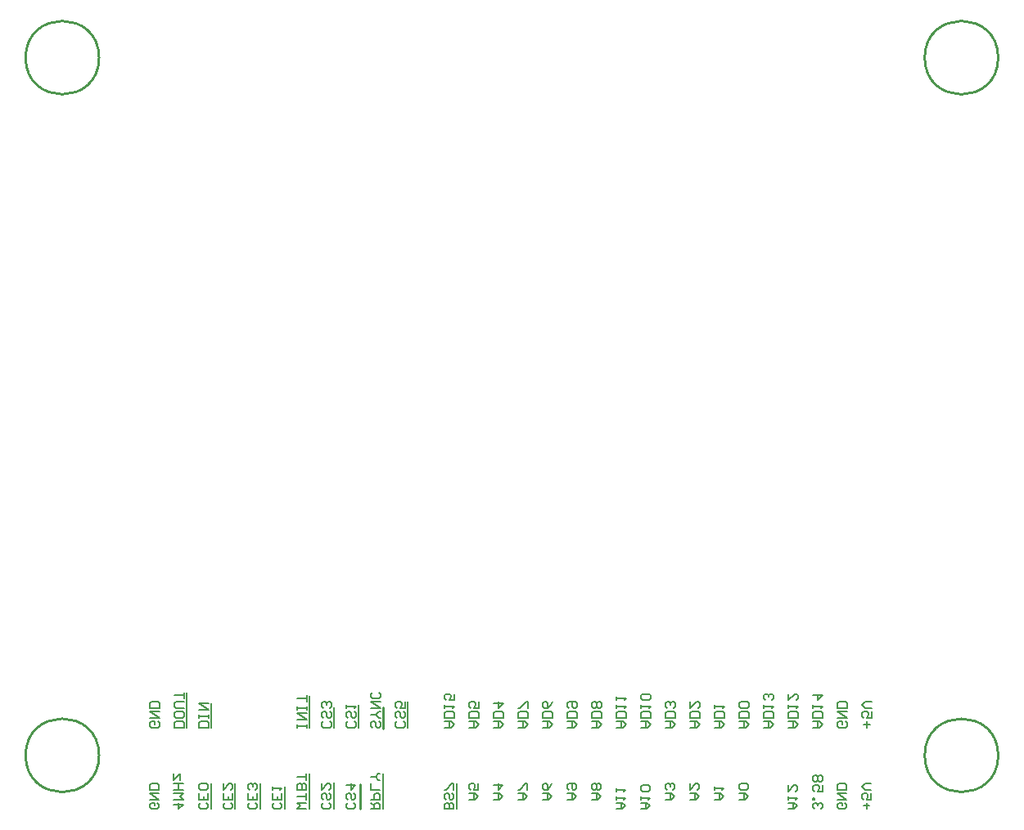
<source format=gbo>
G04*
G04 #@! TF.GenerationSoftware,Altium Limited,Altium Designer,19.1.8 (144)*
G04*
G04 Layer_Color=32896*
%FSLAX24Y24*%
%MOIN*%
G70*
G01*
G75*
%ADD10C,0.0100*%
%ADD11C,0.0079*%
%ADD46C,0.0094*%
D10*
X-16811Y19000D02*
G03*
X-16811Y19000I-1496J0D01*
G01*
Y47441D02*
G03*
X-16811Y47441I-1496J0D01*
G01*
X19803D02*
G03*
X19803Y47441I-1496J0D01*
G01*
Y19000D02*
G03*
X19803Y19000I-1496J0D01*
G01*
X-5242Y20108D02*
Y20974D01*
D11*
X-11270Y16811D02*
Y17864D01*
X-13248Y20128D02*
X-13242Y21565D01*
X-12244Y20128D02*
Y21112D01*
X-8248Y21437D02*
X-8242Y20138D01*
X-7242Y20974D02*
X-7242Y20128D01*
X-6242Y20128D02*
Y21043D01*
X-4242Y20128D02*
Y21181D01*
X-2244Y16811D02*
Y17864D01*
X-5246Y16811D02*
Y18248D01*
X-7244Y16811D02*
Y17884D01*
X-9246Y16811D02*
Y17726D01*
X-8246Y16811D02*
Y18258D01*
X-10256Y16811D02*
Y17866D01*
X-12244Y16811D02*
Y17866D01*
X-2754Y20130D02*
X-2491D01*
X-2360Y20261D01*
X-2491Y20392D01*
X-2754D01*
X-2557D01*
Y20130D01*
X-2360Y20523D02*
X-2754D01*
Y20720D01*
X-2688Y20786D01*
X-2426D01*
X-2360Y20720D01*
Y20523D01*
X-2754Y20917D02*
Y21048D01*
Y20983D01*
X-2360D01*
X-2426Y20917D01*
X-2360Y21507D02*
Y21245D01*
X-2557D01*
X-2491Y21376D01*
Y21442D01*
X-2557Y21507D01*
X-2688D01*
X-2754Y21442D01*
Y21311D01*
X-2688Y21245D01*
X-1754Y20130D02*
X-1491D01*
X-1360Y20261D01*
X-1491Y20392D01*
X-1754D01*
X-1557D01*
Y20130D01*
X-1360Y20523D02*
X-1754D01*
Y20720D01*
X-1688Y20786D01*
X-1426D01*
X-1360Y20720D01*
Y20523D01*
Y21179D02*
Y20917D01*
X-1557D01*
X-1491Y21048D01*
Y21114D01*
X-1557Y21179D01*
X-1688D01*
X-1754Y21114D01*
Y20983D01*
X-1688Y20917D01*
X-756Y20132D02*
X-493D01*
X-362Y20263D01*
X-493Y20394D01*
X-756D01*
X-559D01*
Y20132D01*
X-362Y20525D02*
X-756D01*
Y20722D01*
X-690Y20788D01*
X-428D01*
X-362Y20722D01*
Y20525D01*
X-756Y21116D02*
X-362D01*
X-559Y20919D01*
Y21181D01*
X246Y20130D02*
X509D01*
X640Y20261D01*
X509Y20392D01*
X246D01*
X443D01*
Y20130D01*
X640Y20523D02*
X246D01*
Y20720D01*
X312Y20786D01*
X574D01*
X640Y20720D01*
Y20523D01*
Y20917D02*
Y21179D01*
X574D01*
X312Y20917D01*
X246D01*
X1246Y20130D02*
X1509D01*
X1640Y20261D01*
X1509Y20392D01*
X1246D01*
X1443D01*
Y20130D01*
X1640Y20523D02*
X1246D01*
Y20720D01*
X1312Y20786D01*
X1574D01*
X1640Y20720D01*
Y20523D01*
Y21179D02*
X1574Y21048D01*
X1443Y20917D01*
X1312D01*
X1246Y20983D01*
Y21114D01*
X1312Y21179D01*
X1377D01*
X1443Y21114D01*
Y20917D01*
X2246Y20130D02*
X2509D01*
X2640Y20261D01*
X2509Y20392D01*
X2246D01*
X2443D01*
Y20130D01*
X2640Y20523D02*
X2246D01*
Y20720D01*
X2312Y20786D01*
X2574D01*
X2640Y20720D01*
Y20523D01*
X2312Y20917D02*
X2246Y20983D01*
Y21114D01*
X2312Y21179D01*
X2574D01*
X2640Y21114D01*
Y20983D01*
X2574Y20917D01*
X2509D01*
X2443Y20983D01*
Y21179D01*
X3246Y20130D02*
X3509D01*
X3640Y20261D01*
X3509Y20392D01*
X3246D01*
X3443D01*
Y20130D01*
X3640Y20523D02*
X3246D01*
Y20720D01*
X3312Y20786D01*
X3574D01*
X3640Y20720D01*
Y20523D01*
X3574Y20917D02*
X3640Y20983D01*
Y21114D01*
X3574Y21179D01*
X3509D01*
X3443Y21114D01*
X3377Y21179D01*
X3312D01*
X3246Y21114D01*
Y20983D01*
X3312Y20917D01*
X3377D01*
X3443Y20983D01*
X3509Y20917D01*
X3574D01*
X3443Y20983D02*
Y21114D01*
X4246Y20130D02*
X4509D01*
X4640Y20261D01*
X4509Y20392D01*
X4246D01*
X4443D01*
Y20130D01*
X4640Y20523D02*
X4246D01*
Y20720D01*
X4312Y20786D01*
X4574D01*
X4640Y20720D01*
Y20523D01*
X4246Y20917D02*
Y21048D01*
Y20983D01*
X4640D01*
X4574Y20917D01*
X4246Y21245D02*
Y21376D01*
Y21311D01*
X4640D01*
X4574Y21245D01*
X5246Y20130D02*
X5509D01*
X5640Y20261D01*
X5509Y20392D01*
X5246D01*
X5443D01*
Y20130D01*
X5640Y20523D02*
X5246D01*
Y20720D01*
X5312Y20786D01*
X5574D01*
X5640Y20720D01*
Y20523D01*
X5246Y20917D02*
Y21048D01*
Y20983D01*
X5640D01*
X5574Y20917D01*
Y21245D02*
X5640Y21311D01*
Y21442D01*
X5574Y21507D01*
X5312D01*
X5246Y21442D01*
Y21311D01*
X5312Y21245D01*
X5574D01*
X6246Y20130D02*
X6509D01*
X6640Y20261D01*
X6509Y20392D01*
X6246D01*
X6443D01*
Y20130D01*
X6640Y20523D02*
X6246D01*
Y20720D01*
X6312Y20786D01*
X6574D01*
X6640Y20720D01*
Y20523D01*
X6574Y20917D02*
X6640Y20983D01*
Y21114D01*
X6574Y21179D01*
X6509D01*
X6443Y21114D01*
Y21048D01*
Y21114D01*
X6377Y21179D01*
X6312D01*
X6246Y21114D01*
Y20983D01*
X6312Y20917D01*
X7246Y20130D02*
X7509D01*
X7640Y20261D01*
X7509Y20392D01*
X7246D01*
X7443D01*
Y20130D01*
X7640Y20523D02*
X7246D01*
Y20720D01*
X7312Y20786D01*
X7574D01*
X7640Y20720D01*
Y20523D01*
X7246Y21179D02*
Y20917D01*
X7509Y21179D01*
X7574D01*
X7640Y21114D01*
Y20983D01*
X7574Y20917D01*
X8246Y20130D02*
X8509D01*
X8640Y20261D01*
X8509Y20392D01*
X8246D01*
X8443D01*
Y20130D01*
X8640Y20523D02*
X8246D01*
Y20720D01*
X8312Y20786D01*
X8574D01*
X8640Y20720D01*
Y20523D01*
X8246Y20917D02*
Y21048D01*
Y20983D01*
X8640D01*
X8574Y20917D01*
X9246Y20130D02*
X9509D01*
X9640Y20261D01*
X9509Y20392D01*
X9246D01*
X9443D01*
Y20130D01*
X9640Y20523D02*
X9246D01*
Y20720D01*
X9312Y20786D01*
X9574D01*
X9640Y20720D01*
Y20523D01*
X9574Y20917D02*
X9640Y20983D01*
Y21114D01*
X9574Y21179D01*
X9312D01*
X9246Y21114D01*
Y20983D01*
X9312Y20917D01*
X9574D01*
X10246Y20130D02*
X10509D01*
X10640Y20261D01*
X10509Y20392D01*
X10246D01*
X10443D01*
Y20130D01*
X10640Y20523D02*
X10246D01*
Y20720D01*
X10312Y20786D01*
X10574D01*
X10640Y20720D01*
Y20523D01*
X10246Y20917D02*
Y21048D01*
Y20983D01*
X10640D01*
X10574Y20917D01*
Y21245D02*
X10640Y21311D01*
Y21442D01*
X10574Y21507D01*
X10509D01*
X10443Y21442D01*
Y21376D01*
Y21442D01*
X10377Y21507D01*
X10312D01*
X10246Y21442D01*
Y21311D01*
X10312Y21245D01*
X11246Y20130D02*
X11509D01*
X11640Y20261D01*
X11509Y20392D01*
X11246D01*
X11443D01*
Y20130D01*
X11640Y20523D02*
X11246D01*
Y20720D01*
X11312Y20786D01*
X11574D01*
X11640Y20720D01*
Y20523D01*
X11246Y20917D02*
Y21048D01*
Y20983D01*
X11640D01*
X11574Y20917D01*
X11246Y21507D02*
Y21245D01*
X11509Y21507D01*
X11574D01*
X11640Y21442D01*
Y21311D01*
X11574Y21245D01*
X12246Y20130D02*
X12509D01*
X12640Y20261D01*
X12509Y20392D01*
X12246D01*
X12443D01*
Y20130D01*
X12640Y20523D02*
X12246D01*
Y20720D01*
X12312Y20786D01*
X12574D01*
X12640Y20720D01*
Y20523D01*
X12246Y20917D02*
Y21048D01*
Y20983D01*
X12640D01*
X12574Y20917D01*
X12246Y21442D02*
X12640D01*
X12443Y21245D01*
Y21507D01*
X13574Y20392D02*
X13640Y20327D01*
Y20196D01*
X13574Y20130D01*
X13312D01*
X13246Y20196D01*
Y20327D01*
X13312Y20392D01*
X13443D01*
Y20261D01*
X13246Y20523D02*
X13640D01*
X13246Y20786D01*
X13640D01*
Y20917D02*
X13246D01*
Y21114D01*
X13312Y21179D01*
X13574D01*
X13640Y21114D01*
Y20917D01*
X14443Y20130D02*
Y20392D01*
X14574Y20261D02*
X14312D01*
X14640Y20786D02*
Y20523D01*
X14443D01*
X14509Y20655D01*
Y20720D01*
X14443Y20786D01*
X14312D01*
X14246Y20720D01*
Y20589D01*
X14312Y20523D01*
X14640Y20917D02*
X14377D01*
X14246Y21048D01*
X14377Y21179D01*
X14640D01*
X14439Y16811D02*
Y17073D01*
X14570Y16942D02*
X14308D01*
X14636Y17467D02*
Y17205D01*
X14439D01*
X14504Y17336D01*
Y17401D01*
X14439Y17467D01*
X14308D01*
X14242Y17401D01*
Y17270D01*
X14308Y17205D01*
X14636Y17598D02*
X14373D01*
X14242Y17729D01*
X14373Y17861D01*
X14636D01*
X13570Y17073D02*
X13636Y17008D01*
Y16877D01*
X13570Y16811D01*
X13308D01*
X13242Y16877D01*
Y17008D01*
X13308Y17073D01*
X13439D01*
Y16942D01*
X13242Y17205D02*
X13636D01*
X13242Y17467D01*
X13636D01*
Y17598D02*
X13242D01*
Y17795D01*
X13308Y17861D01*
X13570D01*
X13636Y17795D01*
Y17598D01*
X12572Y16811D02*
X12638Y16877D01*
Y17008D01*
X12572Y17073D01*
X12506D01*
X12441Y17008D01*
Y16942D01*
Y17008D01*
X12375Y17073D01*
X12310D01*
X12244Y17008D01*
Y16877D01*
X12310Y16811D01*
X12244Y17205D02*
X12310D01*
Y17270D01*
X12244D01*
Y17205D01*
X12638Y17795D02*
Y17533D01*
X12441D01*
X12506Y17664D01*
Y17729D01*
X12441Y17795D01*
X12310D01*
X12244Y17729D01*
Y17598D01*
X12310Y17533D01*
X12572Y17926D02*
X12638Y17992D01*
Y18123D01*
X12572Y18189D01*
X12506D01*
X12441Y18123D01*
X12375Y18189D01*
X12310D01*
X12244Y18123D01*
Y17992D01*
X12310Y17926D01*
X12375D01*
X12441Y17992D01*
X12506Y17926D01*
X12572D01*
X12441Y17992D02*
Y18123D01*
X11242Y16811D02*
X11504D01*
X11636Y16942D01*
X11504Y17073D01*
X11242D01*
X11439D01*
Y16811D01*
X11242Y17205D02*
Y17336D01*
Y17270D01*
X11636D01*
X11570Y17205D01*
X11242Y17795D02*
Y17533D01*
X11504Y17795D01*
X11570D01*
X11636Y17729D01*
Y17598D01*
X11570Y17533D01*
X9242Y17205D02*
X9504D01*
X9636Y17336D01*
X9504Y17467D01*
X9242D01*
X9439D01*
Y17205D01*
X9570Y17598D02*
X9636Y17664D01*
Y17795D01*
X9570Y17861D01*
X9308D01*
X9242Y17795D01*
Y17664D01*
X9308Y17598D01*
X9570D01*
X8242Y17205D02*
X8504D01*
X8636Y17336D01*
X8504Y17467D01*
X8242D01*
X8439D01*
Y17205D01*
X8242Y17598D02*
Y17729D01*
Y17664D01*
X8636D01*
X8570Y17598D01*
X7242Y17205D02*
X7504D01*
X7636Y17336D01*
X7504Y17467D01*
X7242D01*
X7439D01*
Y17205D01*
X7242Y17861D02*
Y17598D01*
X7504Y17861D01*
X7570D01*
X7636Y17795D01*
Y17664D01*
X7570Y17598D01*
X6242Y17205D02*
X6504D01*
X6636Y17336D01*
X6504Y17467D01*
X6242D01*
X6439D01*
Y17205D01*
X6570Y17598D02*
X6636Y17664D01*
Y17795D01*
X6570Y17861D01*
X6504D01*
X6439Y17795D01*
Y17729D01*
Y17795D01*
X6373Y17861D01*
X6308D01*
X6242Y17795D01*
Y17664D01*
X6308Y17598D01*
X5242Y16811D02*
X5504D01*
X5636Y16942D01*
X5504Y17073D01*
X5242D01*
X5439D01*
Y16811D01*
X5242Y17205D02*
Y17336D01*
Y17270D01*
X5636D01*
X5570Y17205D01*
Y17533D02*
X5636Y17598D01*
Y17729D01*
X5570Y17795D01*
X5308D01*
X5242Y17729D01*
Y17598D01*
X5308Y17533D01*
X5570D01*
X4242Y16811D02*
X4504D01*
X4636Y16942D01*
X4504Y17073D01*
X4242D01*
X4439D01*
Y16811D01*
X4242Y17205D02*
Y17336D01*
Y17270D01*
X4636D01*
X4570Y17205D01*
X4242Y17533D02*
Y17664D01*
Y17598D01*
X4636D01*
X4570Y17533D01*
X3242Y17205D02*
X3504D01*
X3636Y17336D01*
X3504Y17467D01*
X3242D01*
X3439D01*
Y17205D01*
X3570Y17598D02*
X3636Y17664D01*
Y17795D01*
X3570Y17861D01*
X3504D01*
X3439Y17795D01*
X3373Y17861D01*
X3308D01*
X3242Y17795D01*
Y17664D01*
X3308Y17598D01*
X3373D01*
X3439Y17664D01*
X3504Y17598D01*
X3570D01*
X3439Y17664D02*
Y17795D01*
X2242Y17205D02*
X2504D01*
X2636Y17336D01*
X2504Y17467D01*
X2242D01*
X2439D01*
Y17205D01*
X2308Y17598D02*
X2242Y17664D01*
Y17795D01*
X2308Y17861D01*
X2570D01*
X2636Y17795D01*
Y17664D01*
X2570Y17598D01*
X2504D01*
X2439Y17664D01*
Y17861D01*
X1242Y17205D02*
X1504D01*
X1636Y17336D01*
X1504Y17467D01*
X1242D01*
X1439D01*
Y17205D01*
X1636Y17861D02*
X1570Y17729D01*
X1439Y17598D01*
X1308D01*
X1242Y17664D01*
Y17795D01*
X1308Y17861D01*
X1373D01*
X1439Y17795D01*
Y17598D01*
X242Y17205D02*
X504D01*
X636Y17336D01*
X504Y17467D01*
X242D01*
X439D01*
Y17205D01*
X636Y17598D02*
Y17861D01*
X570D01*
X308Y17598D01*
X242D01*
X-758Y17205D02*
X-496D01*
X-364Y17336D01*
X-496Y17467D01*
X-758D01*
X-561D01*
Y17205D01*
X-758Y17795D02*
X-364D01*
X-561Y17598D01*
Y17861D01*
X-1758Y17205D02*
X-1496D01*
X-1364Y17336D01*
X-1496Y17467D01*
X-1758D01*
X-1561D01*
Y17205D01*
X-1364Y17861D02*
Y17598D01*
X-1561D01*
X-1496Y17729D01*
Y17795D01*
X-1561Y17861D01*
X-1692D01*
X-1758Y17795D01*
Y17664D01*
X-1692Y17598D01*
X-2364Y16811D02*
X-2758D01*
Y17008D01*
X-2692Y17073D01*
X-2627D01*
X-2561Y17008D01*
Y16811D01*
Y17008D01*
X-2496Y17073D01*
X-2430D01*
X-2364Y17008D01*
Y16811D01*
X-2430Y17467D02*
X-2364Y17401D01*
Y17270D01*
X-2430Y17205D01*
X-2496D01*
X-2561Y17270D01*
Y17401D01*
X-2627Y17467D01*
X-2692D01*
X-2758Y17401D01*
Y17270D01*
X-2692Y17205D01*
X-2364Y17598D02*
Y17861D01*
X-2430D01*
X-2692Y17598D01*
X-2758D01*
X-4426Y20392D02*
X-4360Y20327D01*
Y20196D01*
X-4426Y20130D01*
X-4688D01*
X-4754Y20196D01*
Y20327D01*
X-4688Y20392D01*
X-4426Y20786D02*
X-4360Y20720D01*
Y20589D01*
X-4426Y20523D01*
X-4491D01*
X-4557Y20589D01*
Y20720D01*
X-4623Y20786D01*
X-4688D01*
X-4754Y20720D01*
Y20589D01*
X-4688Y20523D01*
X-4360Y21179D02*
Y20917D01*
X-4557D01*
X-4491Y21048D01*
Y21114D01*
X-4557Y21179D01*
X-4688D01*
X-4754Y21114D01*
Y20983D01*
X-4688Y20917D01*
X-5758Y16811D02*
X-5364D01*
Y17008D01*
X-5430Y17073D01*
X-5561D01*
X-5627Y17008D01*
Y16811D01*
Y16942D02*
X-5758Y17073D01*
Y17205D02*
X-5364D01*
Y17401D01*
X-5430Y17467D01*
X-5561D01*
X-5627Y17401D01*
Y17205D01*
X-5364Y17598D02*
X-5758D01*
Y17861D01*
X-5364Y17992D02*
X-5430D01*
X-5561Y18123D01*
X-5430Y18254D01*
X-5364D01*
X-5561Y18123D02*
X-5758D01*
X-5426Y20392D02*
X-5360Y20327D01*
Y20196D01*
X-5426Y20130D01*
X-5491D01*
X-5557Y20196D01*
Y20327D01*
X-5623Y20392D01*
X-5688D01*
X-5754Y20327D01*
Y20196D01*
X-5688Y20130D01*
X-5360Y20523D02*
X-5426D01*
X-5557Y20655D01*
X-5426Y20786D01*
X-5360D01*
X-5557Y20655D02*
X-5754D01*
Y20917D02*
X-5360D01*
X-5754Y21179D01*
X-5360D01*
X-5426Y21573D02*
X-5360Y21507D01*
Y21376D01*
X-5426Y21311D01*
X-5688D01*
X-5754Y21376D01*
Y21507D01*
X-5688Y21573D01*
X-6430Y17073D02*
X-6364Y17008D01*
Y16877D01*
X-6430Y16811D01*
X-6692D01*
X-6758Y16877D01*
Y17008D01*
X-6692Y17073D01*
X-6430Y17467D02*
X-6364Y17401D01*
Y17270D01*
X-6430Y17205D01*
X-6496D01*
X-6561Y17270D01*
Y17401D01*
X-6627Y17467D01*
X-6692D01*
X-6758Y17401D01*
Y17270D01*
X-6692Y17205D01*
X-6758Y17795D02*
X-6364D01*
X-6561Y17598D01*
Y17861D01*
X-6426Y20392D02*
X-6360Y20327D01*
Y20196D01*
X-6426Y20130D01*
X-6688D01*
X-6754Y20196D01*
Y20327D01*
X-6688Y20392D01*
X-6426Y20786D02*
X-6360Y20720D01*
Y20589D01*
X-6426Y20523D01*
X-6491D01*
X-6557Y20589D01*
Y20720D01*
X-6623Y20786D01*
X-6688D01*
X-6754Y20720D01*
Y20589D01*
X-6688Y20523D01*
X-6754Y20917D02*
Y21048D01*
Y20983D01*
X-6360D01*
X-6426Y20917D01*
X-7430Y17073D02*
X-7364Y17008D01*
Y16877D01*
X-7430Y16811D01*
X-7692D01*
X-7758Y16877D01*
Y17008D01*
X-7692Y17073D01*
X-7430Y17467D02*
X-7364Y17401D01*
Y17270D01*
X-7430Y17205D01*
X-7496D01*
X-7561Y17270D01*
Y17401D01*
X-7627Y17467D01*
X-7692D01*
X-7758Y17401D01*
Y17270D01*
X-7692Y17205D01*
X-7758Y17861D02*
Y17598D01*
X-7496Y17861D01*
X-7430D01*
X-7364Y17795D01*
Y17664D01*
X-7430Y17598D01*
X-7426Y20392D02*
X-7360Y20327D01*
Y20196D01*
X-7426Y20130D01*
X-7688D01*
X-7754Y20196D01*
Y20327D01*
X-7688Y20392D01*
X-7426Y20786D02*
X-7360Y20720D01*
Y20589D01*
X-7426Y20523D01*
X-7491D01*
X-7557Y20589D01*
Y20720D01*
X-7623Y20786D01*
X-7688D01*
X-7754Y20720D01*
Y20589D01*
X-7688Y20523D01*
X-7426Y20917D02*
X-7360Y20983D01*
Y21114D01*
X-7426Y21179D01*
X-7491D01*
X-7557Y21114D01*
Y21048D01*
Y21114D01*
X-7623Y21179D01*
X-7688D01*
X-7754Y21114D01*
Y20983D01*
X-7688Y20917D01*
X-8360Y20130D02*
Y20261D01*
Y20196D01*
X-8754D01*
Y20130D01*
Y20261D01*
Y20458D02*
X-8360D01*
X-8754Y20720D01*
X-8360D01*
Y20851D02*
Y20983D01*
Y20917D01*
X-8754D01*
Y20851D01*
Y20983D01*
X-8360Y21179D02*
Y21442D01*
Y21311D01*
X-8754D01*
X-8364Y16811D02*
X-8758D01*
X-8627Y16942D01*
X-8758Y17073D01*
X-8364D01*
Y17205D02*
Y17467D01*
Y17336D01*
X-8758D01*
X-8364Y17598D02*
X-8758D01*
Y17795D01*
X-8692Y17861D01*
X-8627D01*
X-8561Y17795D01*
Y17598D01*
Y17795D01*
X-8496Y17861D01*
X-8430D01*
X-8364Y17795D01*
Y17598D01*
Y17992D02*
Y18254D01*
Y18123D01*
X-8758D01*
X-9430Y17073D02*
X-9364Y17008D01*
Y16877D01*
X-9430Y16811D01*
X-9692D01*
X-9758Y16877D01*
Y17008D01*
X-9692Y17073D01*
X-9364Y17467D02*
Y17205D01*
X-9758D01*
Y17467D01*
X-9561Y17205D02*
Y17336D01*
X-9758Y17598D02*
Y17729D01*
Y17664D01*
X-9364D01*
X-9430Y17598D01*
X-10430Y17073D02*
X-10364Y17008D01*
Y16877D01*
X-10430Y16811D01*
X-10692D01*
X-10758Y16877D01*
Y17008D01*
X-10692Y17073D01*
X-10364Y17467D02*
Y17205D01*
X-10758D01*
Y17467D01*
X-10561Y17205D02*
Y17336D01*
X-10430Y17598D02*
X-10364Y17664D01*
Y17795D01*
X-10430Y17861D01*
X-10496D01*
X-10561Y17795D01*
Y17729D01*
Y17795D01*
X-10627Y17861D01*
X-10692D01*
X-10758Y17795D01*
Y17664D01*
X-10692Y17598D01*
X-11430Y17073D02*
X-11364Y17008D01*
Y16877D01*
X-11430Y16811D01*
X-11692D01*
X-11758Y16877D01*
Y17008D01*
X-11692Y17073D01*
X-11364Y17467D02*
Y17205D01*
X-11758D01*
Y17467D01*
X-11561Y17205D02*
Y17336D01*
X-11758Y17861D02*
Y17598D01*
X-11496Y17861D01*
X-11430D01*
X-11364Y17795D01*
Y17664D01*
X-11430Y17598D01*
X-12430Y17073D02*
X-12364Y17008D01*
Y16877D01*
X-12430Y16811D01*
X-12692D01*
X-12758Y16877D01*
Y17008D01*
X-12692Y17073D01*
X-12364Y17467D02*
Y17205D01*
X-12758D01*
Y17467D01*
X-12561Y17205D02*
Y17336D01*
X-12430Y17598D02*
X-12364Y17664D01*
Y17795D01*
X-12430Y17861D01*
X-12692D01*
X-12758Y17795D01*
Y17664D01*
X-12692Y17598D01*
X-12430D01*
X-13772Y17008D02*
X-13378D01*
X-13575Y16811D01*
Y17073D01*
X-13772Y17205D02*
X-13378D01*
X-13509Y17336D01*
X-13378Y17467D01*
X-13772D01*
X-13378Y17598D02*
X-13772D01*
X-13575D01*
Y17861D01*
X-13378D01*
X-13772D01*
X-13509Y17992D02*
Y18254D01*
X-13772Y17992D01*
Y18254D01*
X-14430Y17073D02*
X-14364Y17008D01*
Y16877D01*
X-14430Y16811D01*
X-14692D01*
X-14758Y16877D01*
Y17008D01*
X-14692Y17073D01*
X-14561D01*
Y16942D01*
X-14758Y17205D02*
X-14364D01*
X-14758Y17467D01*
X-14364D01*
Y17598D02*
X-14758D01*
Y17795D01*
X-14692Y17861D01*
X-14430D01*
X-14364Y17795D01*
Y17598D01*
X-12360Y20130D02*
X-12754D01*
Y20327D01*
X-12688Y20392D01*
X-12426D01*
X-12360Y20327D01*
Y20130D01*
Y20523D02*
Y20655D01*
Y20589D01*
X-12754D01*
Y20523D01*
Y20655D01*
Y20851D02*
X-12360D01*
X-12754Y21114D01*
X-12360D01*
X-13360Y20130D02*
X-13754D01*
Y20327D01*
X-13688Y20392D01*
X-13426D01*
X-13360Y20327D01*
Y20130D01*
Y20720D02*
Y20589D01*
X-13426Y20523D01*
X-13688D01*
X-13754Y20589D01*
Y20720D01*
X-13688Y20786D01*
X-13426D01*
X-13360Y20720D01*
Y20917D02*
X-13688D01*
X-13754Y20983D01*
Y21114D01*
X-13688Y21179D01*
X-13360D01*
Y21311D02*
Y21573D01*
Y21442D01*
X-13754D01*
X-14426Y20392D02*
X-14360Y20327D01*
Y20196D01*
X-14426Y20130D01*
X-14688D01*
X-14754Y20196D01*
Y20327D01*
X-14688Y20392D01*
X-14557D01*
Y20261D01*
X-14754Y20523D02*
X-14360D01*
X-14754Y20786D01*
X-14360D01*
Y20917D02*
X-14754D01*
Y21114D01*
X-14688Y21179D01*
X-14426D01*
X-14360Y21114D01*
Y20917D01*
D46*
X-6181Y16811D02*
Y17825D01*
M02*

</source>
